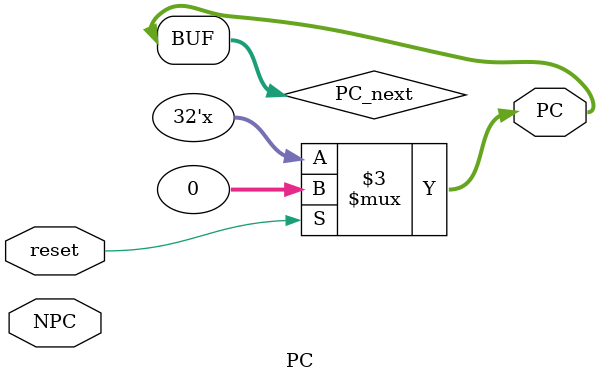
<source format=v>
`timescale 1ns / 1ps


module PC(
    input wire [31:0] NPC,
    input wire reset,
    output wire [31:0] PC
    );
    reg [31:0] PC_next;
    always @(*) begin
        if (reset) 
            PC_next = 32'h00000000;
    end
    assign PC = PC_next;
endmodule

</source>
